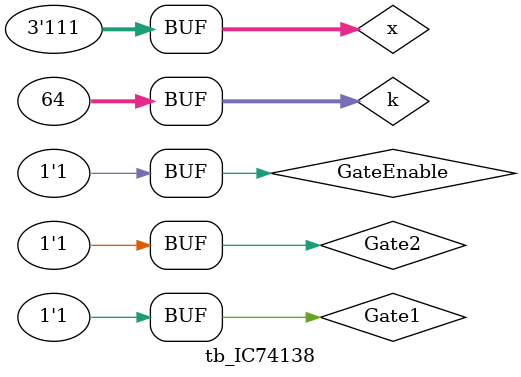
<source format=v>
`timescale 1ns / 1ps


module tb_IC74138;
    reg [2:0] x;
    reg Gate1, Gate2, GateEnable;
    wire [7:0] y;
    
    IC74138 testChip(.SW(x), .G1(Gate1), .G2(Gate2), .GE(GateEnable), .LED(y));
    
    integer k;
    
    initial begin
        for (k = 0; k < 64; k = k + 1) begin  
            {GateEnable, Gate1, Gate2, x} = k;
            #10;
        end
    end
    
endmodule

</source>
